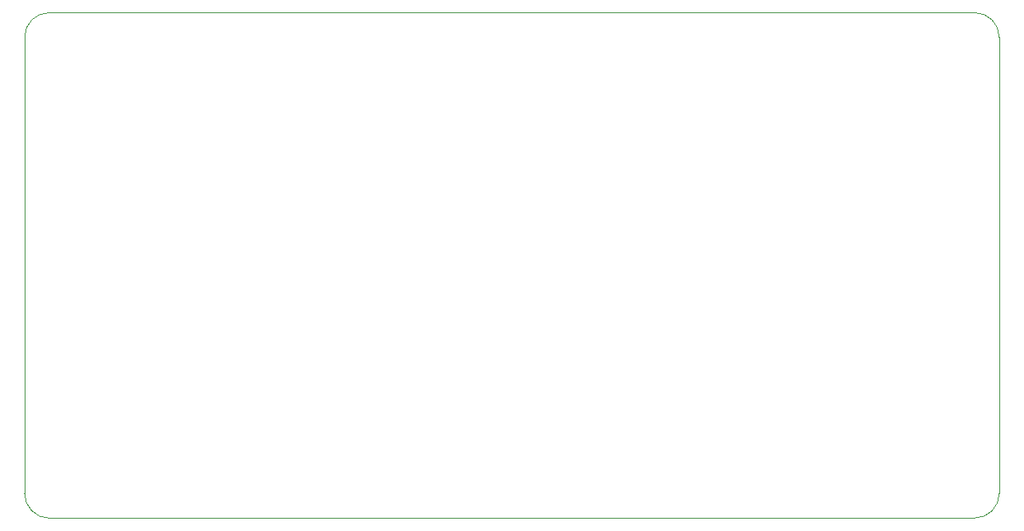
<source format=gm1>
%TF.GenerationSoftware,KiCad,Pcbnew,9.0.0*%
%TF.CreationDate,2025-03-19T00:35:47-07:00*%
%TF.ProjectId,tag,7461672e-6b69-4636-9164-5f7063625858,v0.3*%
%TF.SameCoordinates,Original*%
%TF.FileFunction,Profile,NP*%
%FSLAX46Y46*%
G04 Gerber Fmt 4.6, Leading zero omitted, Abs format (unit mm)*
G04 Created by KiCad (PCBNEW 9.0.0) date 2025-03-19 00:35:47*
%MOMM*%
%LPD*%
G01*
G04 APERTURE LIST*
%TA.AperFunction,Profile*%
%ADD10C,0.050000*%
%TD*%
G04 APERTURE END LIST*
D10*
X96520000Y-130810000D02*
G75*
G02*
X93980000Y-128270000I0J2540000D01*
G01*
X191770000Y-78740000D02*
G75*
G02*
X194310000Y-81280000I0J-2540000D01*
G01*
X96520000Y-78740000D02*
X191770000Y-78740000D01*
X191770000Y-130810000D02*
X96520000Y-130810000D01*
X93980000Y-128270000D02*
X93980000Y-81280000D01*
X93980000Y-81280000D02*
G75*
G02*
X96520000Y-78740000I2540000J0D01*
G01*
X194310000Y-128270000D02*
G75*
G02*
X191770000Y-130810000I-2540000J0D01*
G01*
X194310000Y-81280000D02*
X194310000Y-128270000D01*
M02*

</source>
